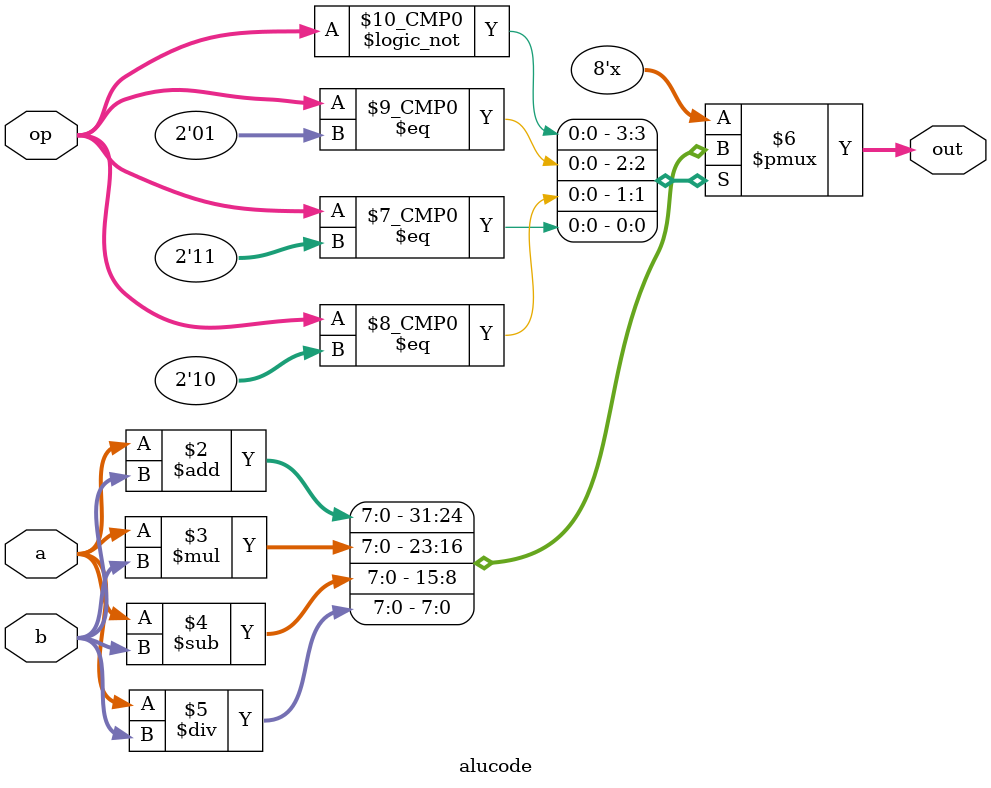
<source format=v>
`timescale 1ns / 1ps

module alucode(a,b,op,out
    );
input [3:0] a,b;
input [1:0] op;
output reg [7:0] out;
always@(*)
begin 
case(op)
0:out=a+b;
1:out=a*b;
2:out=a-b;
3:out=a/b;
default:out=0;
endcase
end


endmodule

</source>
